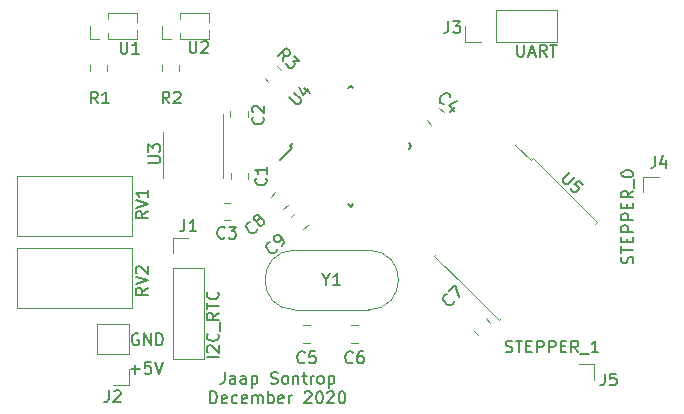
<source format=gbr>
%TF.GenerationSoftware,KiCad,Pcbnew,(5.1.8)-1*%
%TF.CreationDate,2021-01-04T13:49:47+01:00*%
%TF.ProjectId,fablab,6661626c-6162-42e6-9b69-6361645f7063,rev?*%
%TF.SameCoordinates,Original*%
%TF.FileFunction,Legend,Top*%
%TF.FilePolarity,Positive*%
%FSLAX46Y46*%
G04 Gerber Fmt 4.6, Leading zero omitted, Abs format (unit mm)*
G04 Created by KiCad (PCBNEW (5.1.8)-1) date 2021-01-04 13:49:47*
%MOMM*%
%LPD*%
G01*
G04 APERTURE LIST*
%ADD10C,0.150000*%
%ADD11C,0.120000*%
G04 APERTURE END LIST*
D10*
X33522209Y-182193180D02*
X33522209Y-182907466D01*
X33474590Y-183050323D01*
X33379352Y-183145561D01*
X33236495Y-183193180D01*
X33141257Y-183193180D01*
X34426971Y-183193180D02*
X34426971Y-182669371D01*
X34379352Y-182574133D01*
X34284114Y-182526514D01*
X34093638Y-182526514D01*
X33998400Y-182574133D01*
X34426971Y-183145561D02*
X34331733Y-183193180D01*
X34093638Y-183193180D01*
X33998400Y-183145561D01*
X33950780Y-183050323D01*
X33950780Y-182955085D01*
X33998400Y-182859847D01*
X34093638Y-182812228D01*
X34331733Y-182812228D01*
X34426971Y-182764609D01*
X35331733Y-183193180D02*
X35331733Y-182669371D01*
X35284114Y-182574133D01*
X35188876Y-182526514D01*
X34998400Y-182526514D01*
X34903161Y-182574133D01*
X35331733Y-183145561D02*
X35236495Y-183193180D01*
X34998400Y-183193180D01*
X34903161Y-183145561D01*
X34855542Y-183050323D01*
X34855542Y-182955085D01*
X34903161Y-182859847D01*
X34998400Y-182812228D01*
X35236495Y-182812228D01*
X35331733Y-182764609D01*
X35807923Y-182526514D02*
X35807923Y-183526514D01*
X35807923Y-182574133D02*
X35903161Y-182526514D01*
X36093638Y-182526514D01*
X36188876Y-182574133D01*
X36236495Y-182621752D01*
X36284114Y-182716990D01*
X36284114Y-183002704D01*
X36236495Y-183097942D01*
X36188876Y-183145561D01*
X36093638Y-183193180D01*
X35903161Y-183193180D01*
X35807923Y-183145561D01*
X37426971Y-183145561D02*
X37569828Y-183193180D01*
X37807923Y-183193180D01*
X37903161Y-183145561D01*
X37950780Y-183097942D01*
X37998400Y-183002704D01*
X37998400Y-182907466D01*
X37950780Y-182812228D01*
X37903161Y-182764609D01*
X37807923Y-182716990D01*
X37617447Y-182669371D01*
X37522209Y-182621752D01*
X37474590Y-182574133D01*
X37426971Y-182478895D01*
X37426971Y-182383657D01*
X37474590Y-182288419D01*
X37522209Y-182240800D01*
X37617447Y-182193180D01*
X37855542Y-182193180D01*
X37998400Y-182240800D01*
X38569828Y-183193180D02*
X38474590Y-183145561D01*
X38426971Y-183097942D01*
X38379352Y-183002704D01*
X38379352Y-182716990D01*
X38426971Y-182621752D01*
X38474590Y-182574133D01*
X38569828Y-182526514D01*
X38712685Y-182526514D01*
X38807923Y-182574133D01*
X38855542Y-182621752D01*
X38903161Y-182716990D01*
X38903161Y-183002704D01*
X38855542Y-183097942D01*
X38807923Y-183145561D01*
X38712685Y-183193180D01*
X38569828Y-183193180D01*
X39331733Y-182526514D02*
X39331733Y-183193180D01*
X39331733Y-182621752D02*
X39379352Y-182574133D01*
X39474590Y-182526514D01*
X39617447Y-182526514D01*
X39712685Y-182574133D01*
X39760304Y-182669371D01*
X39760304Y-183193180D01*
X40093638Y-182526514D02*
X40474590Y-182526514D01*
X40236495Y-182193180D02*
X40236495Y-183050323D01*
X40284114Y-183145561D01*
X40379352Y-183193180D01*
X40474590Y-183193180D01*
X40807923Y-183193180D02*
X40807923Y-182526514D01*
X40807923Y-182716990D02*
X40855542Y-182621752D01*
X40903161Y-182574133D01*
X40998400Y-182526514D01*
X41093638Y-182526514D01*
X41569828Y-183193180D02*
X41474590Y-183145561D01*
X41426971Y-183097942D01*
X41379352Y-183002704D01*
X41379352Y-182716990D01*
X41426971Y-182621752D01*
X41474590Y-182574133D01*
X41569828Y-182526514D01*
X41712685Y-182526514D01*
X41807923Y-182574133D01*
X41855542Y-182621752D01*
X41903161Y-182716990D01*
X41903161Y-183002704D01*
X41855542Y-183097942D01*
X41807923Y-183145561D01*
X41712685Y-183193180D01*
X41569828Y-183193180D01*
X42331733Y-182526514D02*
X42331733Y-183526514D01*
X42331733Y-182574133D02*
X42426971Y-182526514D01*
X42617447Y-182526514D01*
X42712685Y-182574133D01*
X42760304Y-182621752D01*
X42807923Y-182716990D01*
X42807923Y-183002704D01*
X42760304Y-183097942D01*
X42712685Y-183145561D01*
X42617447Y-183193180D01*
X42426971Y-183193180D01*
X42331733Y-183145561D01*
X32307923Y-184843180D02*
X32307923Y-183843180D01*
X32546019Y-183843180D01*
X32688876Y-183890800D01*
X32784114Y-183986038D01*
X32831733Y-184081276D01*
X32879352Y-184271752D01*
X32879352Y-184414609D01*
X32831733Y-184605085D01*
X32784114Y-184700323D01*
X32688876Y-184795561D01*
X32546019Y-184843180D01*
X32307923Y-184843180D01*
X33688876Y-184795561D02*
X33593638Y-184843180D01*
X33403161Y-184843180D01*
X33307923Y-184795561D01*
X33260304Y-184700323D01*
X33260304Y-184319371D01*
X33307923Y-184224133D01*
X33403161Y-184176514D01*
X33593638Y-184176514D01*
X33688876Y-184224133D01*
X33736495Y-184319371D01*
X33736495Y-184414609D01*
X33260304Y-184509847D01*
X34593638Y-184795561D02*
X34498400Y-184843180D01*
X34307923Y-184843180D01*
X34212685Y-184795561D01*
X34165066Y-184747942D01*
X34117447Y-184652704D01*
X34117447Y-184366990D01*
X34165066Y-184271752D01*
X34212685Y-184224133D01*
X34307923Y-184176514D01*
X34498400Y-184176514D01*
X34593638Y-184224133D01*
X35403161Y-184795561D02*
X35307923Y-184843180D01*
X35117447Y-184843180D01*
X35022209Y-184795561D01*
X34974590Y-184700323D01*
X34974590Y-184319371D01*
X35022209Y-184224133D01*
X35117447Y-184176514D01*
X35307923Y-184176514D01*
X35403161Y-184224133D01*
X35450780Y-184319371D01*
X35450780Y-184414609D01*
X34974590Y-184509847D01*
X35879352Y-184843180D02*
X35879352Y-184176514D01*
X35879352Y-184271752D02*
X35926971Y-184224133D01*
X36022209Y-184176514D01*
X36165066Y-184176514D01*
X36260304Y-184224133D01*
X36307923Y-184319371D01*
X36307923Y-184843180D01*
X36307923Y-184319371D02*
X36355542Y-184224133D01*
X36450780Y-184176514D01*
X36593638Y-184176514D01*
X36688876Y-184224133D01*
X36736495Y-184319371D01*
X36736495Y-184843180D01*
X37212685Y-184843180D02*
X37212685Y-183843180D01*
X37212685Y-184224133D02*
X37307923Y-184176514D01*
X37498400Y-184176514D01*
X37593638Y-184224133D01*
X37641257Y-184271752D01*
X37688876Y-184366990D01*
X37688876Y-184652704D01*
X37641257Y-184747942D01*
X37593638Y-184795561D01*
X37498400Y-184843180D01*
X37307923Y-184843180D01*
X37212685Y-184795561D01*
X38498400Y-184795561D02*
X38403161Y-184843180D01*
X38212685Y-184843180D01*
X38117447Y-184795561D01*
X38069828Y-184700323D01*
X38069828Y-184319371D01*
X38117447Y-184224133D01*
X38212685Y-184176514D01*
X38403161Y-184176514D01*
X38498400Y-184224133D01*
X38546019Y-184319371D01*
X38546019Y-184414609D01*
X38069828Y-184509847D01*
X38974590Y-184843180D02*
X38974590Y-184176514D01*
X38974590Y-184366990D02*
X39022209Y-184271752D01*
X39069828Y-184224133D01*
X39165066Y-184176514D01*
X39260304Y-184176514D01*
X40307923Y-183938419D02*
X40355542Y-183890800D01*
X40450780Y-183843180D01*
X40688876Y-183843180D01*
X40784114Y-183890800D01*
X40831733Y-183938419D01*
X40879352Y-184033657D01*
X40879352Y-184128895D01*
X40831733Y-184271752D01*
X40260304Y-184843180D01*
X40879352Y-184843180D01*
X41498400Y-183843180D02*
X41593638Y-183843180D01*
X41688876Y-183890800D01*
X41736495Y-183938419D01*
X41784114Y-184033657D01*
X41831733Y-184224133D01*
X41831733Y-184462228D01*
X41784114Y-184652704D01*
X41736495Y-184747942D01*
X41688876Y-184795561D01*
X41593638Y-184843180D01*
X41498400Y-184843180D01*
X41403161Y-184795561D01*
X41355542Y-184747942D01*
X41307923Y-184652704D01*
X41260304Y-184462228D01*
X41260304Y-184224133D01*
X41307923Y-184033657D01*
X41355542Y-183938419D01*
X41403161Y-183890800D01*
X41498400Y-183843180D01*
X42212685Y-183938419D02*
X42260304Y-183890800D01*
X42355542Y-183843180D01*
X42593638Y-183843180D01*
X42688876Y-183890800D01*
X42736495Y-183938419D01*
X42784114Y-184033657D01*
X42784114Y-184128895D01*
X42736495Y-184271752D01*
X42165066Y-184843180D01*
X42784114Y-184843180D01*
X43403161Y-183843180D02*
X43498400Y-183843180D01*
X43593638Y-183890800D01*
X43641257Y-183938419D01*
X43688876Y-184033657D01*
X43736495Y-184224133D01*
X43736495Y-184462228D01*
X43688876Y-184652704D01*
X43641257Y-184747942D01*
X43593638Y-184795561D01*
X43498400Y-184843180D01*
X43403161Y-184843180D01*
X43307923Y-184795561D01*
X43260304Y-184747942D01*
X43212685Y-184652704D01*
X43165066Y-184462228D01*
X43165066Y-184224133D01*
X43212685Y-184033657D01*
X43260304Y-183938419D01*
X43307923Y-183890800D01*
X43403161Y-183843180D01*
X26212895Y-178976400D02*
X26117657Y-178928780D01*
X25974800Y-178928780D01*
X25831942Y-178976400D01*
X25736704Y-179071638D01*
X25689085Y-179166876D01*
X25641466Y-179357352D01*
X25641466Y-179500209D01*
X25689085Y-179690685D01*
X25736704Y-179785923D01*
X25831942Y-179881161D01*
X25974800Y-179928780D01*
X26070038Y-179928780D01*
X26212895Y-179881161D01*
X26260514Y-179833542D01*
X26260514Y-179500209D01*
X26070038Y-179500209D01*
X26689085Y-179928780D02*
X26689085Y-178928780D01*
X27260514Y-179928780D01*
X27260514Y-178928780D01*
X27736704Y-179928780D02*
X27736704Y-178928780D01*
X27974800Y-178928780D01*
X28117657Y-178976400D01*
X28212895Y-179071638D01*
X28260514Y-179166876D01*
X28308133Y-179357352D01*
X28308133Y-179500209D01*
X28260514Y-179690685D01*
X28212895Y-179785923D01*
X28117657Y-179881161D01*
X27974800Y-179928780D01*
X27736704Y-179928780D01*
X25562085Y-181960828D02*
X26323990Y-181960828D01*
X25943038Y-182341780D02*
X25943038Y-181579876D01*
X27276371Y-181341780D02*
X26800180Y-181341780D01*
X26752561Y-181817971D01*
X26800180Y-181770352D01*
X26895419Y-181722733D01*
X27133514Y-181722733D01*
X27228752Y-181770352D01*
X27276371Y-181817971D01*
X27323990Y-181913209D01*
X27323990Y-182151304D01*
X27276371Y-182246542D01*
X27228752Y-182294161D01*
X27133514Y-182341780D01*
X26895419Y-182341780D01*
X26800180Y-182294161D01*
X26752561Y-182246542D01*
X27609704Y-181341780D02*
X27943038Y-182341780D01*
X28276371Y-181341780D01*
X33015180Y-180944495D02*
X32015180Y-180944495D01*
X32110419Y-180515923D02*
X32062800Y-180468304D01*
X32015180Y-180373066D01*
X32015180Y-180134971D01*
X32062800Y-180039733D01*
X32110419Y-179992114D01*
X32205657Y-179944495D01*
X32300895Y-179944495D01*
X32443752Y-179992114D01*
X33015180Y-180563542D01*
X33015180Y-179944495D01*
X32919942Y-178944495D02*
X32967561Y-178992114D01*
X33015180Y-179134971D01*
X33015180Y-179230209D01*
X32967561Y-179373066D01*
X32872323Y-179468304D01*
X32777085Y-179515923D01*
X32586609Y-179563542D01*
X32443752Y-179563542D01*
X32253276Y-179515923D01*
X32158038Y-179468304D01*
X32062800Y-179373066D01*
X32015180Y-179230209D01*
X32015180Y-179134971D01*
X32062800Y-178992114D01*
X32110419Y-178944495D01*
X33110419Y-178754019D02*
X33110419Y-177992114D01*
X33015180Y-177182590D02*
X32538990Y-177515923D01*
X33015180Y-177754019D02*
X32015180Y-177754019D01*
X32015180Y-177373066D01*
X32062800Y-177277828D01*
X32110419Y-177230209D01*
X32205657Y-177182590D01*
X32348514Y-177182590D01*
X32443752Y-177230209D01*
X32491371Y-177277828D01*
X32538990Y-177373066D01*
X32538990Y-177754019D01*
X32015180Y-176896876D02*
X32015180Y-176325447D01*
X33015180Y-176611161D02*
X32015180Y-176611161D01*
X32919942Y-175420685D02*
X32967561Y-175468304D01*
X33015180Y-175611161D01*
X33015180Y-175706400D01*
X32967561Y-175849257D01*
X32872323Y-175944495D01*
X32777085Y-175992114D01*
X32586609Y-176039733D01*
X32443752Y-176039733D01*
X32253276Y-175992114D01*
X32158038Y-175944495D01*
X32062800Y-175849257D01*
X32015180Y-175706400D01*
X32015180Y-175611161D01*
X32062800Y-175468304D01*
X32110419Y-175420685D01*
X58297961Y-154493980D02*
X58297961Y-155303504D01*
X58345580Y-155398742D01*
X58393200Y-155446361D01*
X58488438Y-155493980D01*
X58678914Y-155493980D01*
X58774152Y-155446361D01*
X58821771Y-155398742D01*
X58869390Y-155303504D01*
X58869390Y-154493980D01*
X59297961Y-155208266D02*
X59774152Y-155208266D01*
X59202723Y-155493980D02*
X59536057Y-154493980D01*
X59869390Y-155493980D01*
X60774152Y-155493980D02*
X60440819Y-155017790D01*
X60202723Y-155493980D02*
X60202723Y-154493980D01*
X60583676Y-154493980D01*
X60678914Y-154541600D01*
X60726533Y-154589219D01*
X60774152Y-154684457D01*
X60774152Y-154827314D01*
X60726533Y-154922552D01*
X60678914Y-154970171D01*
X60583676Y-155017790D01*
X60202723Y-155017790D01*
X61059866Y-154493980D02*
X61631295Y-154493980D01*
X61345580Y-155493980D02*
X61345580Y-154493980D01*
X68070361Y-172990971D02*
X68117980Y-172848114D01*
X68117980Y-172610019D01*
X68070361Y-172514780D01*
X68022742Y-172467161D01*
X67927504Y-172419542D01*
X67832266Y-172419542D01*
X67737028Y-172467161D01*
X67689409Y-172514780D01*
X67641790Y-172610019D01*
X67594171Y-172800495D01*
X67546552Y-172895733D01*
X67498933Y-172943352D01*
X67403695Y-172990971D01*
X67308457Y-172990971D01*
X67213219Y-172943352D01*
X67165600Y-172895733D01*
X67117980Y-172800495D01*
X67117980Y-172562400D01*
X67165600Y-172419542D01*
X67117980Y-172133828D02*
X67117980Y-171562400D01*
X68117980Y-171848114D02*
X67117980Y-171848114D01*
X67594171Y-171229066D02*
X67594171Y-170895733D01*
X68117980Y-170752876D02*
X68117980Y-171229066D01*
X67117980Y-171229066D01*
X67117980Y-170752876D01*
X68117980Y-170324304D02*
X67117980Y-170324304D01*
X67117980Y-169943352D01*
X67165600Y-169848114D01*
X67213219Y-169800495D01*
X67308457Y-169752876D01*
X67451314Y-169752876D01*
X67546552Y-169800495D01*
X67594171Y-169848114D01*
X67641790Y-169943352D01*
X67641790Y-170324304D01*
X68117980Y-169324304D02*
X67117980Y-169324304D01*
X67117980Y-168943352D01*
X67165600Y-168848114D01*
X67213219Y-168800495D01*
X67308457Y-168752876D01*
X67451314Y-168752876D01*
X67546552Y-168800495D01*
X67594171Y-168848114D01*
X67641790Y-168943352D01*
X67641790Y-169324304D01*
X67594171Y-168324304D02*
X67594171Y-167990971D01*
X68117980Y-167848114D02*
X68117980Y-168324304D01*
X67117980Y-168324304D01*
X67117980Y-167848114D01*
X68117980Y-166848114D02*
X67641790Y-167181447D01*
X68117980Y-167419542D02*
X67117980Y-167419542D01*
X67117980Y-167038590D01*
X67165600Y-166943352D01*
X67213219Y-166895733D01*
X67308457Y-166848114D01*
X67451314Y-166848114D01*
X67546552Y-166895733D01*
X67594171Y-166943352D01*
X67641790Y-167038590D01*
X67641790Y-167419542D01*
X68213219Y-166657638D02*
X68213219Y-165895733D01*
X67117980Y-165467161D02*
X67117980Y-165371923D01*
X67165600Y-165276685D01*
X67213219Y-165229066D01*
X67308457Y-165181447D01*
X67498933Y-165133828D01*
X67737028Y-165133828D01*
X67927504Y-165181447D01*
X68022742Y-165229066D01*
X68070361Y-165276685D01*
X68117980Y-165371923D01*
X68117980Y-165467161D01*
X68070361Y-165562400D01*
X68022742Y-165610019D01*
X67927504Y-165657638D01*
X67737028Y-165705257D01*
X67498933Y-165705257D01*
X67308457Y-165657638D01*
X67213219Y-165610019D01*
X67165600Y-165562400D01*
X67117980Y-165467161D01*
X57310828Y-180490761D02*
X57453685Y-180538380D01*
X57691780Y-180538380D01*
X57787019Y-180490761D01*
X57834638Y-180443142D01*
X57882257Y-180347904D01*
X57882257Y-180252666D01*
X57834638Y-180157428D01*
X57787019Y-180109809D01*
X57691780Y-180062190D01*
X57501304Y-180014571D01*
X57406066Y-179966952D01*
X57358447Y-179919333D01*
X57310828Y-179824095D01*
X57310828Y-179728857D01*
X57358447Y-179633619D01*
X57406066Y-179586000D01*
X57501304Y-179538380D01*
X57739400Y-179538380D01*
X57882257Y-179586000D01*
X58167971Y-179538380D02*
X58739400Y-179538380D01*
X58453685Y-180538380D02*
X58453685Y-179538380D01*
X59072733Y-180014571D02*
X59406066Y-180014571D01*
X59548923Y-180538380D02*
X59072733Y-180538380D01*
X59072733Y-179538380D01*
X59548923Y-179538380D01*
X59977495Y-180538380D02*
X59977495Y-179538380D01*
X60358447Y-179538380D01*
X60453685Y-179586000D01*
X60501304Y-179633619D01*
X60548923Y-179728857D01*
X60548923Y-179871714D01*
X60501304Y-179966952D01*
X60453685Y-180014571D01*
X60358447Y-180062190D01*
X59977495Y-180062190D01*
X60977495Y-180538380D02*
X60977495Y-179538380D01*
X61358447Y-179538380D01*
X61453685Y-179586000D01*
X61501304Y-179633619D01*
X61548923Y-179728857D01*
X61548923Y-179871714D01*
X61501304Y-179966952D01*
X61453685Y-180014571D01*
X61358447Y-180062190D01*
X60977495Y-180062190D01*
X61977495Y-180014571D02*
X62310828Y-180014571D01*
X62453685Y-180538380D02*
X61977495Y-180538380D01*
X61977495Y-179538380D01*
X62453685Y-179538380D01*
X63453685Y-180538380D02*
X63120352Y-180062190D01*
X62882257Y-180538380D02*
X62882257Y-179538380D01*
X63263209Y-179538380D01*
X63358447Y-179586000D01*
X63406066Y-179633619D01*
X63453685Y-179728857D01*
X63453685Y-179871714D01*
X63406066Y-179966952D01*
X63358447Y-180014571D01*
X63263209Y-180062190D01*
X62882257Y-180062190D01*
X63644161Y-180633619D02*
X64406066Y-180633619D01*
X65167971Y-180538380D02*
X64596542Y-180538380D01*
X64882257Y-180538380D02*
X64882257Y-179538380D01*
X64787019Y-179681238D01*
X64691780Y-179776476D01*
X64596542Y-179824095D01*
D11*
%TO.C,C1*%
X34063000Y-165346748D02*
X34063000Y-165869252D01*
X35533000Y-165346748D02*
X35533000Y-165869252D01*
%TO.C,C2*%
X35482200Y-160636852D02*
X35482200Y-160114348D01*
X34012200Y-160636852D02*
X34012200Y-160114348D01*
%TO.C,C3*%
X33961252Y-167865000D02*
X33438748Y-167865000D01*
X33961252Y-169335000D02*
X33438748Y-169335000D01*
%TO.C,C7*%
X54595543Y-178684990D02*
X54965010Y-179054457D01*
X55634990Y-177645543D02*
X56004457Y-178015010D01*
%TO.C,R1*%
X22125000Y-156236936D02*
X22125000Y-156691064D01*
X23595000Y-156236936D02*
X23595000Y-156691064D01*
%TO.C,R2*%
X28221000Y-156236936D02*
X28221000Y-156691064D01*
X29691000Y-156236936D02*
X29691000Y-156691064D01*
%TO.C,R3*%
X36911718Y-157331165D02*
X37232835Y-157652282D01*
X37951165Y-156291718D02*
X38272282Y-156612835D01*
%TO.C,J5*%
X63500000Y-181550000D02*
X64830000Y-181550000D01*
X64830000Y-181550000D02*
X64830000Y-182880000D01*
%TO.C,J4*%
X68970000Y-167000000D02*
X68970000Y-165670000D01*
X68970000Y-165670000D02*
X70300000Y-165670000D01*
%TO.C,C4*%
X52054457Y-160215010D02*
X51684990Y-159845543D01*
X51015010Y-161254457D02*
X50645543Y-160884990D01*
%TO.C,U1*%
X22100000Y-154018000D02*
X22100000Y-152908000D01*
X22860000Y-154018000D02*
X22100000Y-154018000D01*
X23620000Y-152344529D02*
X23620000Y-151798000D01*
X23620000Y-154018000D02*
X23620000Y-153471471D01*
X23620000Y-151798000D02*
X26095000Y-151798000D01*
X23620000Y-154018000D02*
X26095000Y-154018000D01*
X26095000Y-152600470D02*
X26095000Y-151798000D01*
X26095000Y-154018000D02*
X26095000Y-153215530D01*
%TO.C,U2*%
X28196000Y-154018000D02*
X28196000Y-152908000D01*
X28956000Y-154018000D02*
X28196000Y-154018000D01*
X29716000Y-152344529D02*
X29716000Y-151798000D01*
X29716000Y-154018000D02*
X29716000Y-153471471D01*
X29716000Y-151798000D02*
X32191000Y-151798000D01*
X29716000Y-154018000D02*
X32191000Y-154018000D01*
X32191000Y-152600470D02*
X32191000Y-151798000D01*
X32191000Y-154018000D02*
X32191000Y-153215530D01*
%TO.C,C5*%
X40194748Y-178241000D02*
X40717252Y-178241000D01*
X40194748Y-179711000D02*
X40717252Y-179711000D01*
%TO.C,C6*%
X44258748Y-179711000D02*
X44781252Y-179711000D01*
X44258748Y-178241000D02*
X44781252Y-178241000D01*
%TO.C,J2*%
X25383800Y-178095600D02*
X22723800Y-178095600D01*
X25383800Y-180695600D02*
X25383800Y-178095600D01*
X22723800Y-180695600D02*
X22723800Y-178095600D01*
X25383800Y-180695600D02*
X22723800Y-180695600D01*
X25383800Y-181965600D02*
X25383800Y-183295600D01*
X25383800Y-183295600D02*
X24053800Y-183295600D01*
%TO.C,RV1*%
X25713000Y-170678000D02*
X15943000Y-170678000D01*
X25713000Y-165608000D02*
X15943000Y-165608000D01*
X25713000Y-170678000D02*
X25713000Y-165608000D01*
X15943000Y-170678000D02*
X15943000Y-165608000D01*
%TO.C,RV2*%
X15943000Y-176774000D02*
X15943000Y-171704000D01*
X25713000Y-176774000D02*
X25713000Y-171704000D01*
X25713000Y-171704000D02*
X15943000Y-171704000D01*
X25713000Y-176774000D02*
X15943000Y-176774000D01*
%TO.C,U3*%
X28290000Y-163800000D02*
X28290000Y-165750000D01*
X28290000Y-163800000D02*
X28290000Y-161850000D01*
X33410000Y-163800000D02*
X33410000Y-165750000D01*
X33410000Y-163800000D02*
X33410000Y-160350000D01*
D10*
%TO.C,U4*%
X39069476Y-163068000D02*
X39228575Y-163227099D01*
X44196000Y-157941476D02*
X44425810Y-158171286D01*
X49322524Y-163068000D02*
X49092714Y-162838190D01*
X44196000Y-168194524D02*
X43966190Y-167964714D01*
X39069476Y-163068000D02*
X39299286Y-162838190D01*
X44196000Y-168194524D02*
X44425810Y-167964714D01*
X49322524Y-163068000D02*
X49092714Y-163297810D01*
X44196000Y-157941476D02*
X43966190Y-158171286D01*
X39228575Y-163227099D02*
X38220948Y-164234726D01*
D11*
%TO.C,U5*%
X54004677Y-175103323D02*
X56734109Y-177832756D01*
X56734109Y-177832756D02*
X56907350Y-177659514D01*
X54004677Y-175103323D02*
X51275244Y-172373891D01*
X51275244Y-172373891D02*
X51448486Y-172200650D01*
X62327323Y-166780677D02*
X65056756Y-169510109D01*
X65056756Y-169510109D02*
X64883514Y-169683350D01*
X62327323Y-166780677D02*
X59597891Y-164051244D01*
X59597891Y-164051244D02*
X59424650Y-164224486D01*
X59424650Y-164224486D02*
X58141251Y-162941087D01*
%TO.C,Y1*%
X45713000Y-176929000D02*
X39463000Y-176929000D01*
X45713000Y-171879000D02*
X39463000Y-171879000D01*
X45713000Y-171879000D02*
G75*
G02*
X45713000Y-176929000I0J-2525000D01*
G01*
X39463000Y-171879000D02*
G75*
G03*
X39463000Y-176929000I0J-2525000D01*
G01*
%TO.C,C8*%
X37815010Y-166995543D02*
X37445543Y-167365010D01*
X38854457Y-168034990D02*
X38484990Y-168404457D01*
%TO.C,C9*%
X40554457Y-169734990D02*
X40184990Y-170104457D01*
X39515010Y-168695543D02*
X39145543Y-169065010D01*
%TO.C,J1*%
X29124600Y-181111200D02*
X31784600Y-181111200D01*
X29124600Y-173431200D02*
X29124600Y-181111200D01*
X31784600Y-173431200D02*
X31784600Y-181111200D01*
X29124600Y-173431200D02*
X31784600Y-173431200D01*
X29124600Y-172161200D02*
X29124600Y-170831200D01*
X29124600Y-170831200D02*
X30454600Y-170831200D01*
%TO.C,J3*%
X61629600Y-154238000D02*
X61629600Y-151578000D01*
X56489600Y-154238000D02*
X61629600Y-154238000D01*
X56489600Y-151578000D02*
X61629600Y-151578000D01*
X56489600Y-154238000D02*
X56489600Y-151578000D01*
X55219600Y-154238000D02*
X53889600Y-154238000D01*
X53889600Y-154238000D02*
X53889600Y-152908000D01*
%TO.C,C1*%
D10*
X37005142Y-165774666D02*
X37052761Y-165822285D01*
X37100380Y-165965142D01*
X37100380Y-166060380D01*
X37052761Y-166203238D01*
X36957523Y-166298476D01*
X36862285Y-166346095D01*
X36671809Y-166393714D01*
X36528952Y-166393714D01*
X36338476Y-166346095D01*
X36243238Y-166298476D01*
X36148000Y-166203238D01*
X36100380Y-166060380D01*
X36100380Y-165965142D01*
X36148000Y-165822285D01*
X36195619Y-165774666D01*
X37100380Y-164822285D02*
X37100380Y-165393714D01*
X37100380Y-165108000D02*
X36100380Y-165108000D01*
X36243238Y-165203238D01*
X36338476Y-165298476D01*
X36386095Y-165393714D01*
%TO.C,C2*%
X36755342Y-160593066D02*
X36802961Y-160640685D01*
X36850580Y-160783542D01*
X36850580Y-160878780D01*
X36802961Y-161021638D01*
X36707723Y-161116876D01*
X36612485Y-161164495D01*
X36422009Y-161212114D01*
X36279152Y-161212114D01*
X36088676Y-161164495D01*
X35993438Y-161116876D01*
X35898200Y-161021638D01*
X35850580Y-160878780D01*
X35850580Y-160783542D01*
X35898200Y-160640685D01*
X35945819Y-160593066D01*
X35945819Y-160212114D02*
X35898200Y-160164495D01*
X35850580Y-160069257D01*
X35850580Y-159831161D01*
X35898200Y-159735923D01*
X35945819Y-159688304D01*
X36041057Y-159640685D01*
X36136295Y-159640685D01*
X36279152Y-159688304D01*
X36850580Y-160259733D01*
X36850580Y-159640685D01*
%TO.C,C3*%
X33533333Y-170807142D02*
X33485714Y-170854761D01*
X33342857Y-170902380D01*
X33247619Y-170902380D01*
X33104761Y-170854761D01*
X33009523Y-170759523D01*
X32961904Y-170664285D01*
X32914285Y-170473809D01*
X32914285Y-170330952D01*
X32961904Y-170140476D01*
X33009523Y-170045238D01*
X33104761Y-169950000D01*
X33247619Y-169902380D01*
X33342857Y-169902380D01*
X33485714Y-169950000D01*
X33533333Y-169997619D01*
X33866666Y-169902380D02*
X34485714Y-169902380D01*
X34152380Y-170283333D01*
X34295238Y-170283333D01*
X34390476Y-170330952D01*
X34438095Y-170378571D01*
X34485714Y-170473809D01*
X34485714Y-170711904D01*
X34438095Y-170807142D01*
X34390476Y-170854761D01*
X34295238Y-170902380D01*
X34009523Y-170902380D01*
X33914285Y-170854761D01*
X33866666Y-170807142D01*
%TO.C,C7*%
X52920215Y-176205917D02*
X52920215Y-176273260D01*
X52852871Y-176407947D01*
X52785528Y-176475291D01*
X52650840Y-176542634D01*
X52516153Y-176542634D01*
X52415138Y-176508963D01*
X52246779Y-176407947D01*
X52145764Y-176306932D01*
X52044749Y-176138573D01*
X52011077Y-176037558D01*
X52011077Y-175902871D01*
X52078421Y-175768184D01*
X52145764Y-175700840D01*
X52280451Y-175633497D01*
X52347795Y-175633497D01*
X52516153Y-175330451D02*
X52987558Y-174859047D01*
X53391619Y-175869199D01*
%TO.C,R1*%
X22783333Y-159452380D02*
X22450000Y-158976190D01*
X22211904Y-159452380D02*
X22211904Y-158452380D01*
X22592857Y-158452380D01*
X22688095Y-158500000D01*
X22735714Y-158547619D01*
X22783333Y-158642857D01*
X22783333Y-158785714D01*
X22735714Y-158880952D01*
X22688095Y-158928571D01*
X22592857Y-158976190D01*
X22211904Y-158976190D01*
X23735714Y-159452380D02*
X23164285Y-159452380D01*
X23450000Y-159452380D02*
X23450000Y-158452380D01*
X23354761Y-158595238D01*
X23259523Y-158690476D01*
X23164285Y-158738095D01*
%TO.C,R2*%
X28833333Y-159452380D02*
X28500000Y-158976190D01*
X28261904Y-159452380D02*
X28261904Y-158452380D01*
X28642857Y-158452380D01*
X28738095Y-158500000D01*
X28785714Y-158547619D01*
X28833333Y-158642857D01*
X28833333Y-158785714D01*
X28785714Y-158880952D01*
X28738095Y-158928571D01*
X28642857Y-158976190D01*
X28261904Y-158976190D01*
X29214285Y-158547619D02*
X29261904Y-158500000D01*
X29357142Y-158452380D01*
X29595238Y-158452380D01*
X29690476Y-158500000D01*
X29738095Y-158547619D01*
X29785714Y-158642857D01*
X29785714Y-158738095D01*
X29738095Y-158880952D01*
X29166666Y-159452380D01*
X29785714Y-159452380D01*
%TO.C,R3*%
X38441201Y-155887096D02*
X38542216Y-155314676D01*
X38037140Y-155483035D02*
X38744246Y-154775928D01*
X39013621Y-155045302D01*
X39047292Y-155146317D01*
X39047292Y-155213661D01*
X39013621Y-155314676D01*
X38912605Y-155415691D01*
X38811590Y-155449363D01*
X38744246Y-155449363D01*
X38643231Y-155415691D01*
X38373857Y-155146317D01*
X39384010Y-155415691D02*
X39821743Y-155853424D01*
X39316666Y-155887096D01*
X39417682Y-155988111D01*
X39451353Y-156089127D01*
X39451353Y-156156470D01*
X39417682Y-156257485D01*
X39249323Y-156425844D01*
X39148308Y-156459516D01*
X39080964Y-156459516D01*
X38979949Y-156425844D01*
X38777918Y-156223814D01*
X38744246Y-156122798D01*
X38744246Y-156055455D01*
%TO.C,J5*%
X65706666Y-182332380D02*
X65706666Y-183046666D01*
X65659047Y-183189523D01*
X65563809Y-183284761D01*
X65420952Y-183332380D01*
X65325714Y-183332380D01*
X66659047Y-182332380D02*
X66182857Y-182332380D01*
X66135238Y-182808571D01*
X66182857Y-182760952D01*
X66278095Y-182713333D01*
X66516190Y-182713333D01*
X66611428Y-182760952D01*
X66659047Y-182808571D01*
X66706666Y-182903809D01*
X66706666Y-183141904D01*
X66659047Y-183237142D01*
X66611428Y-183284761D01*
X66516190Y-183332380D01*
X66278095Y-183332380D01*
X66182857Y-183284761D01*
X66135238Y-183237142D01*
%TO.C,J4*%
X69966666Y-163912380D02*
X69966666Y-164626666D01*
X69919047Y-164769523D01*
X69823809Y-164864761D01*
X69680952Y-164912380D01*
X69585714Y-164912380D01*
X70871428Y-164245714D02*
X70871428Y-164912380D01*
X70633333Y-163864761D02*
X70395238Y-164579047D01*
X71014285Y-164579047D01*
%TO.C,C4*%
X52055210Y-159519687D02*
X51987867Y-159519687D01*
X51853180Y-159452343D01*
X51785836Y-159385000D01*
X51718493Y-159250312D01*
X51718493Y-159115625D01*
X51752164Y-159014610D01*
X51853180Y-158846251D01*
X51954195Y-158745236D01*
X52122554Y-158644221D01*
X52223569Y-158610549D01*
X52358256Y-158610549D01*
X52492943Y-158677893D01*
X52560287Y-158745236D01*
X52627630Y-158879923D01*
X52627630Y-158947267D01*
X53065363Y-159721717D02*
X52593958Y-160193122D01*
X53166378Y-159283984D02*
X52492943Y-159620702D01*
X52930676Y-160058435D01*
%TO.C,U1*%
X24714295Y-154239980D02*
X24714295Y-155049504D01*
X24761914Y-155144742D01*
X24809533Y-155192361D01*
X24904771Y-155239980D01*
X25095247Y-155239980D01*
X25190485Y-155192361D01*
X25238104Y-155144742D01*
X25285723Y-155049504D01*
X25285723Y-154239980D01*
X26285723Y-155239980D02*
X25714295Y-155239980D01*
X26000009Y-155239980D02*
X26000009Y-154239980D01*
X25904771Y-154382838D01*
X25809533Y-154478076D01*
X25714295Y-154525695D01*
%TO.C,U2*%
X30556295Y-154189180D02*
X30556295Y-154998704D01*
X30603914Y-155093942D01*
X30651533Y-155141561D01*
X30746771Y-155189180D01*
X30937247Y-155189180D01*
X31032485Y-155141561D01*
X31080104Y-155093942D01*
X31127723Y-154998704D01*
X31127723Y-154189180D01*
X31556295Y-154284419D02*
X31603914Y-154236800D01*
X31699152Y-154189180D01*
X31937247Y-154189180D01*
X32032485Y-154236800D01*
X32080104Y-154284419D01*
X32127723Y-154379657D01*
X32127723Y-154474895D01*
X32080104Y-154617752D01*
X31508676Y-155189180D01*
X32127723Y-155189180D01*
%TO.C,C5*%
X40289333Y-181365142D02*
X40241714Y-181412761D01*
X40098857Y-181460380D01*
X40003619Y-181460380D01*
X39860761Y-181412761D01*
X39765523Y-181317523D01*
X39717904Y-181222285D01*
X39670285Y-181031809D01*
X39670285Y-180888952D01*
X39717904Y-180698476D01*
X39765523Y-180603238D01*
X39860761Y-180508000D01*
X40003619Y-180460380D01*
X40098857Y-180460380D01*
X40241714Y-180508000D01*
X40289333Y-180555619D01*
X41194095Y-180460380D02*
X40717904Y-180460380D01*
X40670285Y-180936571D01*
X40717904Y-180888952D01*
X40813142Y-180841333D01*
X41051238Y-180841333D01*
X41146476Y-180888952D01*
X41194095Y-180936571D01*
X41241714Y-181031809D01*
X41241714Y-181269904D01*
X41194095Y-181365142D01*
X41146476Y-181412761D01*
X41051238Y-181460380D01*
X40813142Y-181460380D01*
X40717904Y-181412761D01*
X40670285Y-181365142D01*
%TO.C,C6*%
X44353333Y-181365142D02*
X44305714Y-181412761D01*
X44162857Y-181460380D01*
X44067619Y-181460380D01*
X43924761Y-181412761D01*
X43829523Y-181317523D01*
X43781904Y-181222285D01*
X43734285Y-181031809D01*
X43734285Y-180888952D01*
X43781904Y-180698476D01*
X43829523Y-180603238D01*
X43924761Y-180508000D01*
X44067619Y-180460380D01*
X44162857Y-180460380D01*
X44305714Y-180508000D01*
X44353333Y-180555619D01*
X45210476Y-180460380D02*
X45020000Y-180460380D01*
X44924761Y-180508000D01*
X44877142Y-180555619D01*
X44781904Y-180698476D01*
X44734285Y-180888952D01*
X44734285Y-181269904D01*
X44781904Y-181365142D01*
X44829523Y-181412761D01*
X44924761Y-181460380D01*
X45115238Y-181460380D01*
X45210476Y-181412761D01*
X45258095Y-181365142D01*
X45305714Y-181269904D01*
X45305714Y-181031809D01*
X45258095Y-180936571D01*
X45210476Y-180888952D01*
X45115238Y-180841333D01*
X44924761Y-180841333D01*
X44829523Y-180888952D01*
X44781904Y-180936571D01*
X44734285Y-181031809D01*
%TO.C,J2*%
X23720466Y-183747980D02*
X23720466Y-184462266D01*
X23672847Y-184605123D01*
X23577609Y-184700361D01*
X23434752Y-184747980D01*
X23339514Y-184747980D01*
X24149038Y-183843219D02*
X24196657Y-183795600D01*
X24291895Y-183747980D01*
X24529990Y-183747980D01*
X24625228Y-183795600D01*
X24672847Y-183843219D01*
X24720466Y-183938457D01*
X24720466Y-184033695D01*
X24672847Y-184176552D01*
X24101419Y-184747980D01*
X24720466Y-184747980D01*
%TO.C,RV1*%
X26995380Y-168590838D02*
X26519190Y-168924171D01*
X26995380Y-169162266D02*
X25995380Y-169162266D01*
X25995380Y-168781314D01*
X26043000Y-168686076D01*
X26090619Y-168638457D01*
X26185857Y-168590838D01*
X26328714Y-168590838D01*
X26423952Y-168638457D01*
X26471571Y-168686076D01*
X26519190Y-168781314D01*
X26519190Y-169162266D01*
X25995380Y-168305123D02*
X26995380Y-167971790D01*
X25995380Y-167638457D01*
X26995380Y-166781314D02*
X26995380Y-167352742D01*
X26995380Y-167067028D02*
X25995380Y-167067028D01*
X26138238Y-167162266D01*
X26233476Y-167257504D01*
X26281095Y-167352742D01*
%TO.C,RV2*%
X26995380Y-175067838D02*
X26519190Y-175401171D01*
X26995380Y-175639266D02*
X25995380Y-175639266D01*
X25995380Y-175258314D01*
X26043000Y-175163076D01*
X26090619Y-175115457D01*
X26185857Y-175067838D01*
X26328714Y-175067838D01*
X26423952Y-175115457D01*
X26471571Y-175163076D01*
X26519190Y-175258314D01*
X26519190Y-175639266D01*
X25995380Y-174782123D02*
X26995380Y-174448790D01*
X25995380Y-174115457D01*
X26090619Y-173829742D02*
X26043000Y-173782123D01*
X25995380Y-173686885D01*
X25995380Y-173448790D01*
X26043000Y-173353552D01*
X26090619Y-173305933D01*
X26185857Y-173258314D01*
X26281095Y-173258314D01*
X26423952Y-173305933D01*
X26995380Y-173877361D01*
X26995380Y-173258314D01*
%TO.C,U3*%
X27062180Y-164490304D02*
X27871704Y-164490304D01*
X27966942Y-164442685D01*
X28014561Y-164395066D01*
X28062180Y-164299828D01*
X28062180Y-164109352D01*
X28014561Y-164014114D01*
X27966942Y-163966495D01*
X27871704Y-163918876D01*
X27062180Y-163918876D01*
X27062180Y-163537923D02*
X27062180Y-162918876D01*
X27443133Y-163252209D01*
X27443133Y-163109352D01*
X27490752Y-163014114D01*
X27538371Y-162966495D01*
X27633609Y-162918876D01*
X27871704Y-162918876D01*
X27966942Y-162966495D01*
X28014561Y-163014114D01*
X28062180Y-163109352D01*
X28062180Y-163395066D01*
X28014561Y-163490304D01*
X27966942Y-163537923D01*
%TO.C,U4*%
X38992030Y-158941526D02*
X39564450Y-159513946D01*
X39665465Y-159547618D01*
X39732809Y-159547618D01*
X39833824Y-159513946D01*
X39968511Y-159379259D01*
X40002183Y-159278244D01*
X40002183Y-159210900D01*
X39968511Y-159109885D01*
X39396091Y-158537465D01*
X40271557Y-158133404D02*
X40742961Y-158604809D01*
X39833824Y-158032389D02*
X40170542Y-158705824D01*
X40608274Y-158268091D01*
%TO.C,U5*%
X62766235Y-165264268D02*
X62193815Y-165836688D01*
X62160143Y-165937703D01*
X62160143Y-166005047D01*
X62193815Y-166106062D01*
X62328502Y-166240749D01*
X62429517Y-166274421D01*
X62496861Y-166274421D01*
X62597876Y-166240749D01*
X63170296Y-165668329D01*
X63843731Y-166341764D02*
X63507013Y-166005047D01*
X63136624Y-166308093D01*
X63203967Y-166308093D01*
X63304983Y-166341764D01*
X63473341Y-166510123D01*
X63507013Y-166611138D01*
X63507013Y-166678482D01*
X63473341Y-166779497D01*
X63304983Y-166947856D01*
X63203967Y-166981528D01*
X63136624Y-166981528D01*
X63035609Y-166947856D01*
X62867250Y-166779497D01*
X62833578Y-166678482D01*
X62833578Y-166611138D01*
%TO.C,Y1*%
X42111809Y-174380190D02*
X42111809Y-174856380D01*
X41778476Y-173856380D02*
X42111809Y-174380190D01*
X42445142Y-173856380D01*
X43302285Y-174856380D02*
X42730857Y-174856380D01*
X43016571Y-174856380D02*
X43016571Y-173856380D01*
X42921333Y-173999238D01*
X42826095Y-174094476D01*
X42730857Y-174142095D01*
%TO.C,C8*%
X36252687Y-170102389D02*
X36252687Y-170169732D01*
X36185343Y-170304419D01*
X36118000Y-170371763D01*
X35983312Y-170439106D01*
X35848625Y-170439106D01*
X35747610Y-170405435D01*
X35579251Y-170304419D01*
X35478236Y-170203404D01*
X35377221Y-170035045D01*
X35343549Y-169934030D01*
X35343549Y-169799343D01*
X35410893Y-169664656D01*
X35478236Y-169597312D01*
X35612923Y-169529969D01*
X35680267Y-169529969D01*
X36320030Y-169361610D02*
X36219015Y-169395282D01*
X36151671Y-169395282D01*
X36050656Y-169361610D01*
X36016984Y-169327938D01*
X35983312Y-169226923D01*
X35983312Y-169159580D01*
X36016984Y-169058564D01*
X36151671Y-168923877D01*
X36252687Y-168890206D01*
X36320030Y-168890206D01*
X36421045Y-168923877D01*
X36454717Y-168957549D01*
X36488389Y-169058564D01*
X36488389Y-169125908D01*
X36454717Y-169226923D01*
X36320030Y-169361610D01*
X36286358Y-169462625D01*
X36286358Y-169529969D01*
X36320030Y-169630984D01*
X36454717Y-169765671D01*
X36555732Y-169799343D01*
X36623076Y-169799343D01*
X36724091Y-169765671D01*
X36858778Y-169630984D01*
X36892450Y-169529969D01*
X36892450Y-169462625D01*
X36858778Y-169361610D01*
X36724091Y-169226923D01*
X36623076Y-169193251D01*
X36555732Y-169193251D01*
X36454717Y-169226923D01*
%TO.C,C9*%
X37952687Y-171802389D02*
X37952687Y-171869732D01*
X37885343Y-172004419D01*
X37818000Y-172071763D01*
X37683312Y-172139106D01*
X37548625Y-172139106D01*
X37447610Y-172105435D01*
X37279251Y-172004419D01*
X37178236Y-171903404D01*
X37077221Y-171735045D01*
X37043549Y-171634030D01*
X37043549Y-171499343D01*
X37110893Y-171364656D01*
X37178236Y-171297312D01*
X37312923Y-171229969D01*
X37380267Y-171229969D01*
X38356748Y-171533015D02*
X38491435Y-171398328D01*
X38525106Y-171297312D01*
X38525106Y-171229969D01*
X38491435Y-171061610D01*
X38390419Y-170893251D01*
X38121045Y-170623877D01*
X38020030Y-170590206D01*
X37952687Y-170590206D01*
X37851671Y-170623877D01*
X37716984Y-170758564D01*
X37683312Y-170859580D01*
X37683312Y-170926923D01*
X37716984Y-171027938D01*
X37885343Y-171196297D01*
X37986358Y-171229969D01*
X38053702Y-171229969D01*
X38154717Y-171196297D01*
X38289404Y-171061610D01*
X38323076Y-170960595D01*
X38323076Y-170893251D01*
X38289404Y-170792236D01*
%TO.C,J1*%
X30121266Y-169283580D02*
X30121266Y-169997866D01*
X30073647Y-170140723D01*
X29978409Y-170235961D01*
X29835552Y-170283580D01*
X29740314Y-170283580D01*
X31121266Y-170283580D02*
X30549838Y-170283580D01*
X30835552Y-170283580D02*
X30835552Y-169283580D01*
X30740314Y-169426438D01*
X30645076Y-169521676D01*
X30549838Y-169569295D01*
%TO.C,J3*%
X52473266Y-152487380D02*
X52473266Y-153201666D01*
X52425647Y-153344523D01*
X52330409Y-153439761D01*
X52187552Y-153487380D01*
X52092314Y-153487380D01*
X52854219Y-152487380D02*
X53473266Y-152487380D01*
X53139933Y-152868333D01*
X53282790Y-152868333D01*
X53378028Y-152915952D01*
X53425647Y-152963571D01*
X53473266Y-153058809D01*
X53473266Y-153296904D01*
X53425647Y-153392142D01*
X53378028Y-153439761D01*
X53282790Y-153487380D01*
X52997076Y-153487380D01*
X52901838Y-153439761D01*
X52854219Y-153392142D01*
%TD*%
M02*

</source>
